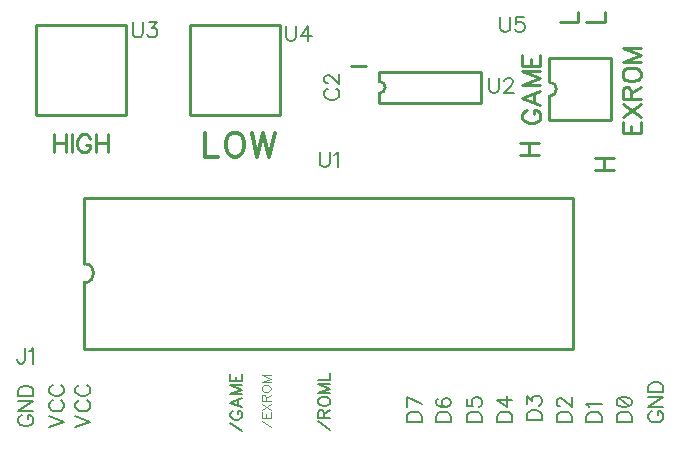
<source format=gto>
G04 DipTrace 3.0.0.2*
G04 C64cart.GTO*
%MOMM*%
G04 #@! TF.FileFunction,Legend,Top*
G04 #@! TF.Part,Single*
%ADD10C,0.25*%
%ADD39C,0.19608*%
%ADD40C,0.23529*%
%ADD41C,0.31373*%
%ADD42C,0.15686*%
%ADD43C,0.11765*%
%FSLAX35Y35*%
G04*
G71*
G90*
G75*
G01*
G04 TopSilk*
%LPD*%
X1724800Y2581321D2*
D10*
X5864800D1*
X1724800Y3861261D2*
X5864800D1*
Y2581321D2*
Y3861261D1*
X1724800Y2581321D2*
Y3141274D1*
Y3861261D2*
Y3301308D1*
Y3141274D2*
G03X1724800Y3301308I-115J80017D01*
G01*
X4222037Y4665032D2*
X5082063D1*
X4222037Y4925068D2*
X5082063D1*
Y4665032D2*
Y4925068D1*
X4222037Y4665032D2*
Y4745026D1*
Y4845074D2*
Y4925068D1*
Y4745026D2*
G03X4222037Y4845074I30J50024D01*
G01*
X1318300Y5318800D2*
X2080300D1*
X1318300D2*
Y4556800D1*
X2080300D1*
Y5318800D2*
Y4556800D1*
X2620050Y5318800D2*
X3382050D1*
X2620050D2*
Y4556800D1*
X3382050D1*
Y5318800D2*
Y4556800D1*
X3983850Y4979353D2*
X4113750D1*
G36*
X2778844Y2842333D2*
X2905971D1*
D1*
X2778844D1*
G37*
G36*
X1413385Y1794501D2*
X1540512D1*
D1*
X1413385D1*
G37*
G36*
X1667639D2*
X1794766D1*
D1*
X1667639D1*
G37*
G36*
X1635857D2*
X1762984D1*
D1*
X1635857D1*
G37*
G36*
X2175569D2*
X2302696D1*
D1*
X2175569D1*
G37*
G36*
X2429245D2*
X2556372D1*
D1*
X2429245D1*
G37*
G36*
X2398041D2*
X2525168D1*
D1*
X2398041D1*
G37*
G36*
X2937175D2*
X3064302D1*
D1*
X2937175D1*
G37*
G36*
X3191429D2*
X3318556D1*
D1*
X3191429D1*
G37*
G36*
X3159648D2*
X3286775D1*
D1*
X3159648D1*
G37*
G36*
X3699359D2*
X3826486D1*
D1*
X3699359D1*
G37*
G36*
X3953614D2*
X4080741D1*
D1*
X3953614D1*
G37*
G36*
X3921832D2*
X4048959D1*
D1*
X3921832D1*
G37*
G36*
X4207290D2*
X4334417D1*
D1*
X4207290D1*
G37*
G36*
X4176086D2*
X4303213D1*
D1*
X4176086D1*
G37*
G36*
X4715220D2*
X4842347D1*
D1*
X4715220D1*
G37*
G36*
X4969474D2*
X5096601D1*
D1*
X4969474D1*
G37*
G36*
X4937692D2*
X5064819D1*
D1*
X4937692D1*
G37*
G36*
X5477404D2*
X5604531D1*
D1*
X5477404D1*
G37*
G36*
X5731080D2*
X5858207D1*
D1*
X5731080D1*
G37*
G36*
X5699876D2*
X5827003D1*
D1*
X5699876D1*
G37*
G36*
X6239588D2*
X6366715D1*
D1*
X6239588D1*
G37*
G36*
X6493264D2*
X6620391D1*
D1*
X6493264D1*
G37*
G36*
X6462060D2*
X6589187D1*
D1*
X6462060D1*
G37*
X5662050Y4519039D2*
D10*
X6182050D1*
Y5039061D1*
X5662050D1*
Y4839060D1*
Y4719040D2*
Y4519039D1*
Y4719040D2*
G03X5662050Y4839060I-2J60010D01*
G01*
X3717424Y4246287D2*
D39*
Y4155177D1*
X3723460Y4136927D1*
X3735674Y4124854D1*
X3753924Y4118677D1*
X3765997D1*
X3784247Y4124854D1*
X3796460Y4136927D1*
X3802497Y4155177D1*
Y4246287D1*
X3841713Y4221860D2*
X3853926Y4228037D1*
X3872176Y4246146D1*
Y4118677D1*
X5150619Y4874787D2*
Y4783677D1*
X5156656Y4765427D1*
X5168869Y4753354D1*
X5187119Y4747177D1*
X5199192D1*
X5217442Y4753354D1*
X5229656Y4765427D1*
X5235692Y4783677D1*
Y4874787D1*
X5281085Y4844323D2*
Y4850360D1*
X5287121Y4862573D1*
X5293158Y4868610D1*
X5305371Y4874646D1*
X5329658D1*
X5341731Y4868610D1*
X5347767Y4862573D1*
X5353944Y4850360D1*
Y4838287D1*
X5347767Y4826073D1*
X5335694Y4807964D1*
X5274908Y4747177D1*
X5359981D1*
X2134369Y5346037D2*
Y5254927D1*
X2140406Y5236677D1*
X2152619Y5224604D1*
X2170869Y5218427D1*
X2182942D1*
X2201192Y5224604D1*
X2213406Y5236677D1*
X2219442Y5254927D1*
Y5346037D1*
X2270871Y5345896D2*
X2337554D1*
X2301194Y5297323D1*
X2319444D1*
X2331517Y5291287D1*
X2337554Y5285250D1*
X2343731Y5267000D1*
Y5254927D1*
X2337554Y5236677D1*
X2325481Y5224464D1*
X2307231Y5218427D1*
X2288981D1*
X2270871Y5224464D1*
X2264835Y5230640D1*
X2258658Y5242714D1*
X3433101Y5314287D2*
Y5223177D1*
X3439137Y5204927D1*
X3451351Y5192854D1*
X3469601Y5186677D1*
X3481674D1*
X3499924Y5192854D1*
X3512137Y5204927D1*
X3518174Y5223177D1*
Y5314287D1*
X3618176Y5186677D2*
Y5314146D1*
X3557390Y5229214D1*
X3648499D1*
X3786387Y4782737D2*
X3774314Y4776701D1*
X3762100Y4764487D1*
X3756063Y4752414D1*
Y4728128D1*
X3762100Y4715914D1*
X3774313Y4703841D1*
X3786386Y4697664D1*
X3804636Y4691628D1*
X3835100D1*
X3853210Y4697664D1*
X3865423Y4703841D1*
X3877496Y4715914D1*
X3883673Y4728128D1*
Y4752414D1*
X3877496Y4764487D1*
X3865423Y4776701D1*
X3853210Y4782737D1*
X3786527Y4828130D2*
X3780490D1*
X3768277Y4834166D1*
X3762240Y4840203D1*
X3756204Y4852416D1*
Y4876703D1*
X3762240Y4888776D1*
X3768277Y4894813D1*
X3780490Y4900989D1*
X3792564D1*
X3804777Y4894812D1*
X3822887Y4882739D1*
X3883673Y4821953D1*
Y4907026D1*
X1218604Y2583820D2*
Y2486674D1*
X1212567Y2468424D1*
X1206390Y2462387D1*
X1194317Y2456210D1*
X1182104D1*
X1170031Y2462387D1*
X1163994Y2468424D1*
X1157817Y2486674D1*
Y2498747D1*
X1257819Y2559393D2*
X1270033Y2565570D1*
X1288283Y2583680D1*
Y2456210D1*
X5245869Y5389287D2*
Y5298177D1*
X5251906Y5279927D1*
X5264119Y5267854D1*
X5282369Y5261677D1*
X5294442D1*
X5312692Y5267854D1*
X5324906Y5279927D1*
X5330942Y5298177D1*
Y5389287D1*
X5443017Y5389146D2*
X5382371D1*
X5376335Y5334537D1*
X5382371Y5340573D1*
X5400621Y5346750D1*
X5418731D1*
X5436981Y5340573D1*
X5449194Y5328500D1*
X5455231Y5310250D1*
Y5298177D1*
X5449194Y5279927D1*
X5436981Y5267714D1*
X5418731Y5261677D1*
X5400621D1*
X5382371Y5267714D1*
X5376335Y5273890D1*
X5370158Y5285964D1*
X1469208Y4397717D2*
D40*
Y4244585D1*
X1571296Y4397717D2*
Y4244585D1*
X1469208Y4324773D2*
X1571296D1*
X1618355Y4397717D2*
Y4244585D1*
X1774745Y4361329D2*
X1767501Y4375817D1*
X1752845Y4390473D1*
X1738357Y4397717D1*
X1709213D1*
X1694557Y4390473D1*
X1680070Y4375817D1*
X1672657Y4361329D1*
X1665413Y4339429D1*
Y4302873D1*
X1672657Y4281141D1*
X1680070Y4266485D1*
X1694557Y4251997D1*
X1709213Y4244585D1*
X1738357D1*
X1752845Y4251997D1*
X1767501Y4266485D1*
X1774745Y4281141D1*
Y4302873D1*
X1738357D1*
X1821804Y4397717D2*
Y4244585D1*
X1923891Y4397717D2*
Y4244585D1*
X1821804Y4324773D2*
X1923891D1*
X2743130Y4412237D2*
D41*
Y4208061D1*
X2859705D1*
X2980850Y4412237D2*
X2961309Y4402578D1*
X2941992Y4383037D1*
X2932109Y4363720D1*
X2922450Y4334520D1*
Y4285778D1*
X2932109Y4256803D1*
X2941992Y4237261D1*
X2961309Y4217944D1*
X2980850Y4208061D1*
X3019709D1*
X3039025Y4217944D1*
X3058567Y4237261D1*
X3068225Y4256803D1*
X3077884Y4285778D1*
Y4334520D1*
X3068225Y4363720D1*
X3058567Y4383037D1*
X3039025Y4402578D1*
X3019709Y4412237D1*
X2980850D1*
X3140629D2*
X3189371Y4208061D1*
X3237887Y4412237D1*
X3286404Y4208061D1*
X3335146Y4412237D1*
X5469401Y4601750D2*
D40*
X5454914Y4594506D1*
X5440257Y4579850D1*
X5433014Y4565362D1*
X5433013Y4536218D1*
X5440257Y4521562D1*
X5454913Y4507075D1*
X5469401Y4499662D1*
X5491301Y4492418D1*
X5527857D1*
X5549589Y4499662D1*
X5564245Y4507075D1*
X5578733Y4521562D1*
X5586145Y4536218D1*
Y4565362D1*
X5578733Y4579850D1*
X5564245Y4594506D1*
X5549589Y4601750D1*
X5527857D1*
Y4565362D1*
X5586145Y4765552D2*
X5433014Y4707096D1*
X5586145Y4648808D1*
X5535101Y4670708D2*
Y4743652D1*
X5586145Y4929186D2*
X5433014Y4929187D1*
X5586145Y4870899D1*
X5433014Y4812611D1*
X5586145D1*
X5433014Y5070921D2*
Y4976245D1*
X5586145D1*
Y5070921D1*
X5505957Y4976245D2*
Y5034533D1*
X1426612Y1915994D2*
D39*
X1554222Y1964567D1*
X1426612Y2013140D1*
X1456935Y2143465D2*
X1444862Y2137429D1*
X1432648Y2125216D1*
X1426612Y2113142D1*
Y2088856D1*
X1432648Y2076642D1*
X1444862Y2064569D1*
X1456935Y2058392D1*
X1475185Y2052356D1*
X1505648D1*
X1523758Y2058392D1*
X1535971Y2064569D1*
X1548045Y2076642D1*
X1554221Y2088856D1*
Y2113142D1*
X1548045Y2125215D1*
X1535971Y2137429D1*
X1523758Y2143465D1*
X1456935Y2273791D2*
X1444862Y2267754D1*
X1432648Y2255541D1*
X1426612Y2243468D1*
Y2219181D1*
X1432648Y2206968D1*
X1444862Y2194895D1*
X1456935Y2188718D1*
X1475185Y2182681D1*
X1505648D1*
X1523758Y2188718D1*
X1535971Y2194895D1*
X1548044Y2206968D1*
X1554221Y2219181D1*
Y2243468D1*
X1548044Y2255541D1*
X1535971Y2267754D1*
X1523758Y2273791D1*
X6231175Y1963104D2*
X6358785D1*
Y2005641D1*
X6352608Y2023891D1*
X6340535Y2036104D1*
X6328321Y2042141D1*
X6310212Y2048177D1*
X6279748D1*
X6261498Y2042141D1*
X6249425Y2036104D1*
X6237212Y2023891D1*
X6231175Y2005641D1*
Y1963104D1*
X6231316Y2123893D2*
X6237352Y2105643D1*
X6255602Y2093429D1*
X6285925Y2087393D1*
X6304175D1*
X6334498Y2093429D1*
X6352748Y2105643D1*
X6358785Y2123893D1*
Y2135966D1*
X6352748Y2154216D1*
X6334498Y2166289D1*
X6304175Y2172466D1*
X6285925D1*
X6255602Y2166289D1*
X6237352Y2154216D1*
X6231316Y2135966D1*
Y2123893D1*
X6255602Y2166289D2*
X6334498Y2093429D1*
X5976195Y1963104D2*
X6103805D1*
Y2005641D1*
X6097628Y2023891D1*
X6085555Y2036104D1*
X6073341Y2042141D1*
X6055232Y2048177D1*
X6024768D1*
X6006518Y2042141D1*
X5994445Y2036104D1*
X5982232Y2023891D1*
X5976195Y2005641D1*
Y1963104D1*
X6000622Y2087393D2*
X5994445Y2099606D1*
X5976336Y2117856D1*
X6103805D1*
X5723202Y1963104D2*
X5850811D1*
X5850812Y2005641D1*
X5844635Y2023891D1*
X5832562Y2036104D1*
X5820348Y2042141D1*
X5802238Y2048177D1*
X5771775D1*
X5753525Y2042141D1*
X5741452Y2036104D1*
X5729238Y2023891D1*
X5723202Y2005641D1*
Y1963104D1*
X5753665Y2093570D2*
X5747629D1*
X5735415Y2099606D1*
X5729379Y2105643D1*
X5723342Y2117856D1*
Y2142143D1*
X5729379Y2154216D1*
X5735415Y2160252D1*
X5747629Y2166429D1*
X5759702D1*
X5771915Y2160252D1*
X5790025Y2148179D1*
X5850811Y2087393D1*
Y2172466D1*
X6530232Y2050450D2*
X6518159Y2044414D1*
X6505945Y2032200D1*
X6499909Y2020127D1*
X6499908Y1995841D1*
X6505945Y1983627D1*
X6518158Y1971554D1*
X6530231Y1965377D1*
X6548481Y1959341D1*
X6578945D1*
X6597055Y1965377D1*
X6609268Y1971554D1*
X6621341Y1983627D1*
X6627518Y1995841D1*
Y2020127D1*
X6621341Y2032200D1*
X6609268Y2044414D1*
X6597055Y2050450D1*
X6578945D1*
Y2020127D1*
X6499909Y2174739D2*
X6627518D1*
X6499909Y2089666D1*
X6627518D1*
X6499909Y2213955D2*
X6627518D1*
Y2256491D1*
X6621341Y2274741D1*
X6609268Y2286955D1*
X6597055Y2292991D1*
X6578945Y2299028D1*
X6548482D1*
X6530232Y2292991D1*
X6518159Y2286955D1*
X6505945Y2274741D1*
X6499909Y2256491D1*
Y2213955D1*
X5469222Y1975948D2*
X5596831D1*
X5596832Y2018484D1*
X5590655Y2036734D1*
X5578582Y2048947D1*
X5566368Y2054984D1*
X5548258Y2061021D1*
X5517795D1*
X5499545Y2054984D1*
X5487472Y2048948D1*
X5475258Y2036734D1*
X5469222Y2018484D1*
Y1975948D1*
X5469362Y2112450D2*
Y2179132D1*
X5517935Y2142773D1*
Y2161023D1*
X5523972Y2173096D1*
X5530008Y2179132D1*
X5548258Y2185309D1*
X5560331D1*
X5578581Y2179132D1*
X5590795Y2167059D1*
X5596831Y2148809D1*
Y2130559D1*
X5590795Y2112450D1*
X5584618Y2106413D1*
X5572545Y2100236D1*
X5221212Y1963144D2*
X5348821D1*
X5348822Y2005681D1*
X5342645Y2023931D1*
X5330572Y2036144D1*
X5318358Y2042181D1*
X5300248Y2048217D1*
X5269785D1*
X5251535Y2042181D1*
X5239462Y2036144D1*
X5227248Y2023931D1*
X5221212Y2005681D1*
Y1963144D1*
X5348821Y2148219D2*
X5221352D1*
X5306285Y2087433D1*
Y2178542D1*
X4961175Y1963104D2*
X5088785D1*
Y2005641D1*
X5082608Y2023891D1*
X5070535Y2036104D1*
X5058321Y2042141D1*
X5040212Y2048177D1*
X5009748D1*
X4991498Y2042141D1*
X4979425Y2036104D1*
X4967212Y2023891D1*
X4961175Y2005641D1*
Y1963104D1*
X4961316Y2160252D2*
Y2099606D1*
X5015925Y2093570D1*
X5009889Y2099606D1*
X5003712Y2117856D1*
Y2135966D1*
X5009889Y2154216D1*
X5021962Y2166429D1*
X5040212Y2172466D1*
X5052285D1*
X5070535Y2166429D1*
X5082748Y2154216D1*
X5088785Y2135966D1*
Y2117856D1*
X5082748Y2099606D1*
X5076571Y2093570D1*
X5064498Y2087393D1*
X4700998Y1963104D2*
X4828608D1*
Y2005641D1*
X4822431Y2023891D1*
X4810358Y2036104D1*
X4798145Y2042141D1*
X4780035Y2048177D1*
X4749572D1*
X4731322Y2042141D1*
X4719249Y2036104D1*
X4707035Y2023891D1*
X4700998Y2005641D1*
Y1963104D1*
X4719249Y2160252D2*
X4707175Y2154216D1*
X4701139Y2135966D1*
Y2123893D1*
X4707175Y2105643D1*
X4725425Y2093429D1*
X4755749Y2087393D1*
X4786072D1*
X4810358Y2093429D1*
X4822572Y2105643D1*
X4828608Y2123893D1*
Y2129929D1*
X4822572Y2148039D1*
X4810358Y2160252D1*
X4792108Y2166289D1*
X4786072D1*
X4767822Y2160252D1*
X4755749Y2148039D1*
X4749712Y2129929D1*
Y2123893D1*
X4755749Y2105643D1*
X4767822Y2093429D1*
X4786072Y2087393D1*
X4453175Y1963104D2*
X4580785D1*
Y2005641D1*
X4574608Y2023891D1*
X4562535Y2036104D1*
X4550321Y2042141D1*
X4532212Y2048177D1*
X4501748D1*
X4483498Y2042141D1*
X4471425Y2036104D1*
X4459212Y2023891D1*
X4453175Y2005641D1*
Y1963104D1*
X4580785Y2111679D2*
X4453316Y2172466D1*
Y2087393D1*
X3806201Y1897643D2*
D42*
X3704226Y1965702D1*
X3752743Y1997074D2*
Y2040762D1*
X3747801Y2055362D1*
X3742972Y2060303D1*
X3733314Y2065133D1*
X3723543D1*
X3713884Y2060304D1*
X3708943Y2055362D1*
X3704114Y2040762D1*
Y1997074D1*
X3806201D1*
X3752743Y2031103D2*
X3806201Y2065133D1*
X3704114Y2125705D2*
X3708943Y2115934D1*
X3718714Y2106276D1*
X3728372Y2101334D1*
X3742972Y2096505D1*
X3767343D1*
X3781830Y2101334D1*
X3791601Y2106276D1*
X3801260Y2115934D1*
X3806201Y2125705D1*
Y2145134D1*
X3801260Y2154793D1*
X3791601Y2164564D1*
X3781830Y2169393D1*
X3767343Y2174222D1*
X3742972D1*
X3728372Y2169393D1*
X3718714Y2164564D1*
X3708943Y2154793D1*
X3704114Y2145134D1*
Y2125705D1*
X3806201Y2283312D2*
X3704114D1*
X3806201Y2244453D1*
X3704114Y2205595D1*
X3806201D1*
X3704113Y2314684D2*
X3806201D1*
Y2372972D1*
X3301864Y1921236D2*
D43*
X3225383Y1972280D1*
X3225299Y2043147D2*
Y1995809D1*
X3301864D1*
Y2043147D1*
X3261770Y1995809D2*
Y2024953D1*
X3225299Y2066676D2*
X3301864Y2117720D1*
X3225299D2*
X3301864Y2066676D1*
X3261770Y2141249D2*
Y2174015D1*
X3258064Y2184965D1*
X3254442Y2188671D1*
X3247198Y2192293D1*
X3239870D1*
X3232627Y2188671D1*
X3228920Y2184965D1*
X3225298Y2174015D1*
X3225299Y2141249D1*
X3301864D1*
X3261770Y2166771D2*
X3301864Y2192293D1*
X3225298Y2237723D2*
X3228920Y2230395D1*
X3236248Y2223151D1*
X3243492Y2219445D1*
X3254442Y2215823D1*
X3272720D1*
X3283586Y2219444D1*
X3290914Y2223151D1*
X3298158Y2230394D1*
X3301864Y2237723D1*
Y2252294D1*
X3298158Y2259538D1*
X3290914Y2266866D1*
X3283586Y2270488D1*
X3272720Y2274110D1*
X3254442D1*
X3243492Y2270488D1*
X3236248Y2266866D1*
X3228920Y2259538D1*
X3225298Y2252295D1*
Y2237723D1*
X3301864Y2355927D2*
X3225298D1*
X3301864Y2326784D1*
X3225298Y2297640D1*
X3301864D1*
X3062451Y1882870D2*
D42*
X2960476Y1950929D1*
X2984622Y2055189D2*
X2974964Y2050359D1*
X2965193Y2040589D1*
X2960364Y2030930D1*
Y2011501D1*
X2965193Y2001730D1*
X2974964Y1992072D1*
X2984622Y1987130D1*
X2999222Y1982301D1*
X3023593D1*
X3038080Y1987130D1*
X3047851Y1992072D1*
X3057510Y2001730D1*
X3062451Y2011501D1*
Y2030930D1*
X3057510Y2040589D1*
X3047851Y2050359D1*
X3038080Y2055189D1*
X3023593D1*
Y2030930D1*
X3062451Y2164390D2*
X2960364Y2125420D1*
X3062451Y2086561D1*
X3028422Y2101161D2*
Y2149790D1*
X3062451Y2273480D2*
X2960364D1*
X3062451Y2234621D1*
X2960364Y2195763D1*
X3062451D1*
X2960363Y2367969D2*
Y2304852D1*
X3062451D1*
Y2367969D1*
X3008993Y2304852D2*
Y2343711D1*
X1648862Y1915998D2*
D39*
X1776472Y1964570D1*
X1648862Y2013144D1*
X1679185Y2143469D2*
X1667112Y2137432D1*
X1654898Y2125219D1*
X1648862Y2113146D1*
Y2088859D1*
X1654898Y2076646D1*
X1667112Y2064573D1*
X1679185Y2058396D1*
X1697435Y2052359D1*
X1727898D1*
X1746008Y2058396D1*
X1758221Y2064573D1*
X1770295Y2076646D1*
X1776471Y2088859D1*
Y2113146D1*
X1770295Y2125219D1*
X1758221Y2137432D1*
X1746008Y2143469D1*
X1679185Y2273794D2*
X1667112Y2267758D1*
X1654898Y2255544D1*
X1648862Y2243471D1*
Y2219184D1*
X1654898Y2206971D1*
X1667112Y2194898D1*
X1679185Y2188721D1*
X1697435Y2182684D1*
X1727898D1*
X1746008Y2188721D1*
X1758221Y2194898D1*
X1770294Y2206971D1*
X1776471Y2219184D1*
Y2243471D1*
X1770294Y2255544D1*
X1758221Y2267757D1*
X1746008Y2273794D1*
X1196232Y2018700D2*
X1184159Y2012664D1*
X1171945Y2000450D1*
X1165909Y1988377D1*
X1165908Y1964091D1*
X1171945Y1951877D1*
X1184158Y1939804D1*
X1196231Y1933627D1*
X1214481Y1927591D1*
X1244945D1*
X1263055Y1933627D1*
X1275268Y1939804D1*
X1287341Y1951877D1*
X1293518Y1964091D1*
Y1988377D1*
X1287341Y2000450D1*
X1275268Y2012664D1*
X1263055Y2018700D1*
X1244945D1*
Y1988377D1*
X1165909Y2142989D2*
X1293518D1*
X1165909Y2057916D1*
X1293518D1*
X1165909Y2182205D2*
X1293518D1*
Y2224741D1*
X1287341Y2242991D1*
X1275268Y2255205D1*
X1263055Y2261241D1*
X1244945Y2267278D1*
X1214482D1*
X1196232Y2261241D1*
X1184159Y2255205D1*
X1171945Y2242991D1*
X1165909Y2224741D1*
Y2182205D1*
X6281377Y4500730D2*
D40*
Y4406055D1*
X6434508D1*
Y4500730D1*
X6354321Y4406055D2*
Y4464343D1*
X6281377Y4547789D2*
X6434508Y4649877D1*
X6281377D2*
X6434508Y4547789D1*
X6354321Y4696935D2*
Y4762467D1*
X6346908Y4784367D1*
X6339665Y4791779D1*
X6325177Y4799023D1*
X6310521D1*
X6296033Y4791779D1*
X6288621Y4784367D1*
X6281377Y4762467D1*
Y4696936D1*
X6434508Y4696935D1*
X6354321Y4747979D2*
X6434508Y4799023D1*
X6281377Y4889882D2*
X6288621Y4875226D1*
X6303277Y4860738D1*
X6317765Y4853326D1*
X6339665Y4846082D1*
X6376221D1*
X6397952Y4853326D1*
X6412608Y4860738D1*
X6427096Y4875226D1*
X6434508Y4889882D1*
Y4919026D1*
X6427096Y4933513D1*
X6412608Y4948170D1*
X6397952Y4955413D1*
X6376221Y4962657D1*
X6339665D1*
X6317765Y4955414D1*
X6303277Y4948170D1*
X6288621Y4933514D1*
X6281377Y4919026D1*
Y4889882D1*
X6434508Y5126292D2*
X6281377D1*
X6434508Y5068004D1*
X6281377Y5009716D1*
X6434508D1*
X5417000Y4222682D2*
X5570132D1*
X5417000Y4324769D2*
X5570132D1*
X5489944Y4222682D2*
Y4324769D1*
X5754037Y5346145D2*
X5907168D1*
Y5433576D1*
X6052000Y4095682D2*
X6205132D1*
X6052000Y4197769D2*
X6205132D1*
X6124944Y4095682D2*
Y4197769D1*
X5976287Y5346145D2*
X6129418D1*
Y5433576D1*
M02*

</source>
